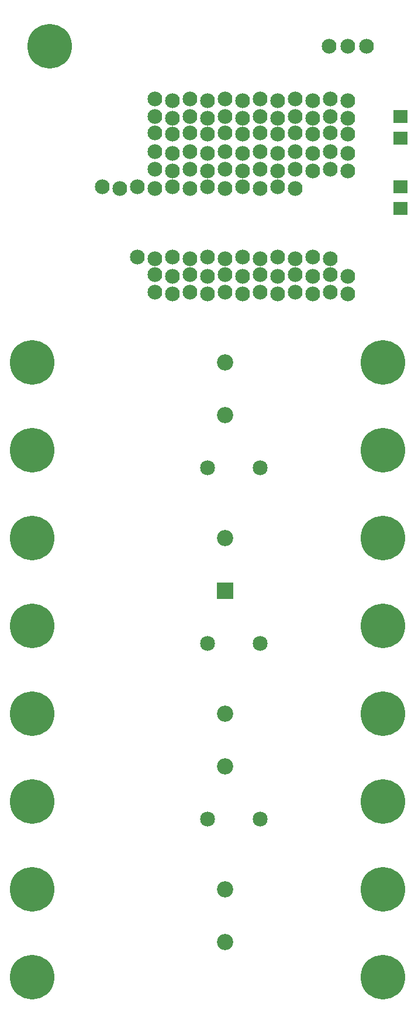
<source format=gts>
G04 MADE WITH FRITZING*
G04 WWW.FRITZING.ORG*
G04 DOUBLE SIDED*
G04 HOLES PLATED*
G04 CONTOUR ON CENTER OF CONTOUR VECTOR*
%ASAXBY*%
%FSLAX23Y23*%
%MOIN*%
%OFA0B0*%
%SFA1.0B1.0*%
%ADD10C,0.085000*%
%ADD11C,0.092000*%
%ADD12C,0.254000*%
%ADD13C,0.084000*%
%ADD14R,0.092000X0.092000*%
%ADD15R,0.084803X0.072992*%
%ADD16C,0.030000*%
%LNMASK1*%
G90*
G70*
G54D10*
X1573Y3286D03*
X1273Y3286D03*
X1273Y2286D03*
X1573Y2286D03*
X1273Y1286D03*
X1573Y1286D03*
G54D11*
X1373Y586D03*
X1373Y886D03*
G54D12*
X2273Y1886D03*
X2273Y1886D03*
X373Y5686D03*
X373Y5686D03*
X273Y3386D03*
X273Y3386D03*
X2273Y1386D03*
X2273Y1386D03*
X273Y886D03*
X273Y886D03*
X273Y2886D03*
X273Y2886D03*
X273Y2386D03*
X273Y2386D03*
X273Y3886D03*
X273Y3886D03*
X2273Y3386D03*
X2273Y3386D03*
X2273Y886D03*
X2273Y886D03*
X2273Y2886D03*
X2273Y2886D03*
X273Y1386D03*
X273Y1386D03*
X2273Y3886D03*
X2273Y3886D03*
X273Y1886D03*
X273Y1886D03*
X273Y386D03*
X273Y386D03*
X2273Y386D03*
X2273Y386D03*
G54D11*
X1373Y3586D03*
X1373Y3886D03*
X1373Y1586D03*
X1373Y1886D03*
X1373Y2586D03*
X1373Y2886D03*
G54D13*
X2073Y4278D03*
X1973Y4286D03*
X1873Y4278D03*
X1773Y4286D03*
X1673Y4278D03*
X1573Y4286D03*
X1473Y4278D03*
X1373Y4286D03*
X1273Y4278D03*
X1173Y4286D03*
X1073Y4278D03*
X973Y4286D03*
X2073Y4278D03*
X1973Y4286D03*
X1873Y4278D03*
X1773Y4286D03*
X1673Y4278D03*
X1573Y4286D03*
X1473Y4278D03*
X1373Y4286D03*
X1273Y4278D03*
X1173Y4286D03*
X1073Y4278D03*
X973Y4286D03*
X2073Y5278D03*
X1973Y5286D03*
X1873Y5278D03*
X1773Y5286D03*
X1673Y5278D03*
X1573Y5286D03*
X1473Y5278D03*
X1373Y5286D03*
X1273Y5278D03*
X1173Y5286D03*
X1073Y5278D03*
X973Y5286D03*
X2073Y5278D03*
X1973Y5286D03*
X1873Y5278D03*
X1773Y5286D03*
X1673Y5278D03*
X1573Y5286D03*
X1473Y5278D03*
X1373Y5286D03*
X1273Y5278D03*
X1173Y5286D03*
X1073Y5278D03*
X973Y5286D03*
X2073Y5378D03*
X1973Y5386D03*
X1873Y5378D03*
X1773Y5386D03*
X1673Y5378D03*
X1573Y5386D03*
X1473Y5378D03*
X1373Y5386D03*
X1273Y5378D03*
X1173Y5386D03*
X1073Y5378D03*
X973Y5386D03*
X2073Y5378D03*
X1973Y5386D03*
X1873Y5378D03*
X1773Y5386D03*
X1673Y5378D03*
X1573Y5386D03*
X1473Y5378D03*
X1373Y5386D03*
X1273Y5378D03*
X1173Y5386D03*
X1073Y5378D03*
X973Y5386D03*
X973Y5194D03*
X1073Y5186D03*
X1173Y5194D03*
X1273Y5186D03*
X1373Y5194D03*
X1473Y5186D03*
X1573Y5194D03*
X1673Y5186D03*
X1773Y5194D03*
X1873Y5186D03*
X1973Y5194D03*
X2073Y5186D03*
X973Y5194D03*
X1073Y5186D03*
X1173Y5194D03*
X1273Y5186D03*
X1373Y5194D03*
X1473Y5186D03*
X1573Y5194D03*
X1673Y5186D03*
X1773Y5194D03*
X1873Y5186D03*
X1973Y5194D03*
X2073Y5186D03*
X2073Y5078D03*
X1973Y5086D03*
X1873Y5078D03*
X1773Y5086D03*
X1673Y5078D03*
X1573Y5086D03*
X1473Y5078D03*
X1373Y5086D03*
X1273Y5078D03*
X1173Y5086D03*
X1073Y5078D03*
X973Y5086D03*
X2073Y5078D03*
X1973Y5086D03*
X1873Y5078D03*
X1773Y5086D03*
X1673Y5078D03*
X1573Y5086D03*
X1473Y5078D03*
X1373Y5086D03*
X1273Y5078D03*
X1173Y5086D03*
X1073Y5078D03*
X973Y5086D03*
X2073Y4978D03*
X1973Y4986D03*
X1873Y4978D03*
X1773Y4986D03*
X1673Y4978D03*
X1573Y4986D03*
X1473Y4978D03*
X1373Y4986D03*
X1273Y4978D03*
X1173Y4986D03*
X1073Y4978D03*
X973Y4986D03*
X2073Y4978D03*
X1973Y4986D03*
X1873Y4978D03*
X1773Y4986D03*
X1673Y4978D03*
X1573Y4986D03*
X1473Y4978D03*
X1373Y4986D03*
X1273Y4978D03*
X1173Y4986D03*
X1073Y4978D03*
X973Y4986D03*
X1773Y4878D03*
X1673Y4886D03*
X1573Y4878D03*
X1473Y4886D03*
X1373Y4878D03*
X1273Y4886D03*
X1173Y4878D03*
X1073Y4886D03*
X973Y4878D03*
X873Y4886D03*
X773Y4878D03*
X673Y4886D03*
X1773Y4878D03*
X1673Y4886D03*
X1573Y4878D03*
X1473Y4886D03*
X1373Y4878D03*
X1273Y4886D03*
X1173Y4878D03*
X1073Y4886D03*
X973Y4878D03*
X873Y4886D03*
X773Y4878D03*
X673Y4886D03*
X2073Y4378D03*
X1973Y4386D03*
X1873Y4378D03*
X1773Y4386D03*
X1673Y4378D03*
X1573Y4386D03*
X1473Y4378D03*
X1373Y4386D03*
X1273Y4378D03*
X1173Y4386D03*
X1073Y4378D03*
X973Y4386D03*
X2073Y4378D03*
X1973Y4386D03*
X1873Y4378D03*
X1773Y4386D03*
X1673Y4378D03*
X1573Y4386D03*
X1473Y4378D03*
X1373Y4386D03*
X1273Y4378D03*
X1173Y4386D03*
X1073Y4378D03*
X973Y4386D03*
X1973Y4478D03*
X1873Y4486D03*
X1773Y4478D03*
X1673Y4486D03*
X1573Y4478D03*
X1473Y4486D03*
X1373Y4478D03*
X1273Y4486D03*
X1173Y4478D03*
X1073Y4486D03*
X973Y4478D03*
X873Y4486D03*
X1973Y4478D03*
X1873Y4486D03*
X1773Y4478D03*
X1673Y4486D03*
X1573Y4478D03*
X1473Y4486D03*
X1373Y4478D03*
X1273Y4486D03*
X1173Y4478D03*
X1073Y4486D03*
X973Y4478D03*
X873Y4486D03*
G54D12*
X2273Y2386D03*
X2273Y2386D03*
G54D13*
X1966Y5686D03*
X2073Y5686D03*
X2180Y5686D03*
X1966Y5686D03*
X2073Y5686D03*
X2180Y5686D03*
G54D14*
X1373Y2586D03*
G54D15*
X2373Y5164D03*
X2373Y5286D03*
X2373Y4764D03*
X2373Y4886D03*
G54D16*
G36*
X1342Y617D02*
X1404Y617D01*
X1404Y555D01*
X1342Y555D01*
X1342Y617D01*
G37*
D02*
G36*
X1342Y3617D02*
X1404Y3617D01*
X1404Y3555D01*
X1342Y3555D01*
X1342Y3617D01*
G37*
D02*
G36*
X1342Y1617D02*
X1404Y1617D01*
X1404Y1555D01*
X1342Y1555D01*
X1342Y1617D01*
G37*
D02*
G04 End of Mask1*
M02*
</source>
